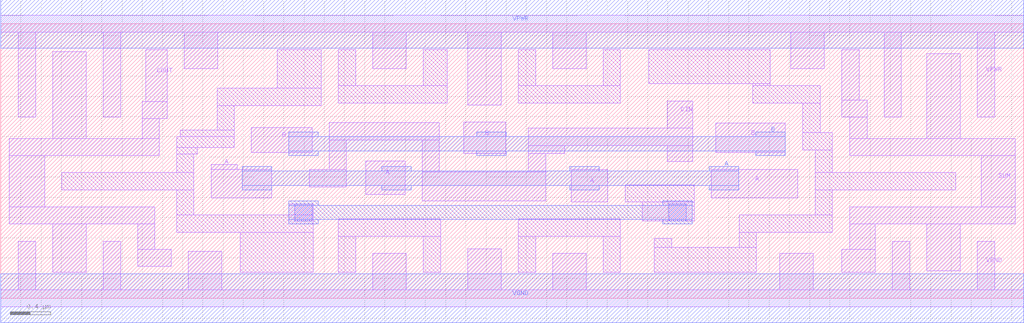
<source format=lef>
# Copyright 2020 The SkyWater PDK Authors
#
# Licensed under the Apache License, Version 2.0 (the "License");
# you may not use this file except in compliance with the License.
# You may obtain a copy of the License at
#
#     https://www.apache.org/licenses/LICENSE-2.0
#
# Unless required by applicable law or agreed to in writing, software
# distributed under the License is distributed on an "AS IS" BASIS,
# WITHOUT WARRANTIES OR CONDITIONS OF ANY KIND, either express or implied.
# See the License for the specific language governing permissions and
# limitations under the License.
#
# SPDX-License-Identifier: Apache-2.0

VERSION 5.5 ;
NAMESCASESENSITIVE ON ;
BUSBITCHARS "[]" ;
DIVIDERCHAR "/" ;
MACRO sky130_fd_sc_hd__fa_4
  CLASS CORE ;
  SOURCE USER ;
  ORIGIN  0.000000  0.000000 ;
  SIZE  10.12000 BY  2.720000 ;
  SYMMETRY X Y R90 ;
  SITE unithd ;
  PIN A
    ANTENNAGATEAREA  0.633000 ;
    DIRECTION INPUT ;
    USE SIGNAL ;
    PORT
      LAYER li1 ;
        RECT 2.080000 0.995000 2.680000 1.275000 ;
        RECT 2.080000 1.275000 2.340000 1.325000 ;
    END
    PORT
      LAYER li1 ;
        RECT 3.610000 1.030000 4.000000 1.360000 ;
    END
    PORT
      LAYER li1 ;
        RECT 5.645000 0.955000 6.005000 1.275000 ;
    END
    PORT
      LAYER li1 ;
        RECT 7.030000 0.995000 7.885000 1.275000 ;
    END
    PORT
      LAYER met1 ;
        RECT 2.390000 1.075000 2.680000 1.120000 ;
        RECT 2.390000 1.120000 7.300000 1.260000 ;
        RECT 2.390000 1.260000 2.680000 1.305000 ;
        RECT 3.770000 1.075000 4.060000 1.120000 ;
        RECT 3.770000 1.260000 4.060000 1.305000 ;
        RECT 5.630000 1.075000 5.920000 1.120000 ;
        RECT 5.630000 1.260000 5.920000 1.305000 ;
        RECT 7.010000 1.075000 7.300000 1.120000 ;
        RECT 7.010000 1.260000 7.300000 1.305000 ;
    END
  END A
  PIN B
    ANTENNAGATEAREA  0.633000 ;
    DIRECTION INPUT ;
    USE SIGNAL ;
    PORT
      LAYER li1 ;
        RECT 2.480000 1.445000 3.080000 1.690000 ;
    END
    PORT
      LAYER li1 ;
        RECT 4.580000 1.435000 4.995000 1.745000 ;
    END
    PORT
      LAYER li1 ;
        RECT 7.075000 1.445000 7.760000 1.735000 ;
    END
    PORT
      LAYER met1 ;
        RECT 2.850000 1.415000 3.140000 1.460000 ;
        RECT 2.850000 1.460000 7.760000 1.600000 ;
        RECT 2.850000 1.600000 3.140000 1.645000 ;
        RECT 4.710000 1.415000 5.000000 1.460000 ;
        RECT 4.710000 1.600000 5.000000 1.645000 ;
        RECT 7.470000 1.415000 7.760000 1.460000 ;
        RECT 7.470000 1.600000 7.760000 1.645000 ;
    END
  END B
  PIN CIN
    ANTENNAGATEAREA  0.477000 ;
    DIRECTION INPUT ;
    USE SIGNAL ;
    PORT
      LAYER li1 ;
        RECT 3.050000 1.105000 3.420000 1.275000 ;
        RECT 3.250000 1.275000 3.420000 1.570000 ;
        RECT 3.250000 1.570000 4.340000 1.740000 ;
        RECT 4.170000 0.965000 5.390000 1.250000 ;
        RECT 4.170000 1.250000 4.340000 1.570000 ;
        RECT 5.220000 1.250000 5.390000 1.435000 ;
        RECT 5.220000 1.435000 5.580000 1.515000 ;
        RECT 5.220000 1.515000 6.845000 1.685000 ;
        RECT 6.595000 1.355000 6.845000 1.515000 ;
        RECT 6.595000 1.685000 6.845000 1.955000 ;
    END
  END CIN
  PIN COUT
    ANTENNADIFFAREA  0.891000 ;
    DIRECTION OUTPUT ;
    USE SIGNAL ;
    PORT
      LAYER li1 ;
        RECT 0.085000 0.735000 1.525000 0.905000 ;
        RECT 0.085000 0.905000 0.435000 1.415000 ;
        RECT 0.085000 1.415000 1.570000 1.585000 ;
        RECT 0.515000 0.255000 0.845000 0.735000 ;
        RECT 0.515000 1.585000 0.845000 2.445000 ;
        RECT 1.355000 0.315000 1.685000 0.485000 ;
        RECT 1.355000 0.485000 1.525000 0.735000 ;
        RECT 1.400000 1.585000 1.570000 1.780000 ;
        RECT 1.400000 1.780000 1.645000 1.950000 ;
        RECT 1.435000 1.950000 1.645000 2.465000 ;
    END
  END COUT
  PIN SUM
    ANTENNADIFFAREA  0.943000 ;
    DIRECTION OUTPUT ;
    USE SIGNAL ;
    PORT
      LAYER li1 ;
        RECT 8.320000 0.255000  8.650000 0.485000 ;
        RECT 8.320000 1.795000  8.570000 1.965000 ;
        RECT 8.320000 1.965000  8.490000 2.465000 ;
        RECT 8.400000 0.485000  8.650000 0.735000 ;
        RECT 8.400000 0.735000 10.035000 0.905000 ;
        RECT 8.400000 1.415000 10.035000 1.585000 ;
        RECT 8.400000 1.585000  8.570000 1.795000 ;
        RECT 9.160000 0.270000  9.490000 0.735000 ;
        RECT 9.160000 1.585000  9.490000 2.425000 ;
        RECT 9.700000 0.905000 10.035000 1.415000 ;
    END
  END SUM
  PIN VGND
    DIRECTION INOUT ;
    SHAPE ABUTMENT ;
    USE GROUND ;
    PORT
      LAYER li1 ;
        RECT 0.000000 -0.085000 10.120000 0.085000 ;
        RECT 0.175000  0.085000  0.345000 0.565000 ;
        RECT 1.015000  0.085000  1.185000 0.565000 ;
        RECT 1.855000  0.085000  2.185000 0.465000 ;
        RECT 3.680000  0.085000  4.010000 0.445000 ;
        RECT 4.620000  0.085000  4.950000 0.490000 ;
        RECT 5.460000  0.085000  5.790000 0.445000 ;
        RECT 7.705000  0.085000  8.035000 0.445000 ;
        RECT 8.820000  0.085000  8.990000 0.565000 ;
        RECT 9.660000  0.085000  9.830000 0.565000 ;
    END
    PORT
      LAYER met1 ;
        RECT 0.000000 -0.240000 10.120000 0.240000 ;
    END
  END VGND
  PIN VPWR
    DIRECTION INOUT ;
    SHAPE ABUTMENT ;
    USE POWER ;
    PORT
      LAYER li1 ;
        RECT 0.000000 2.635000 10.120000 2.805000 ;
        RECT 0.175000 1.795000  0.345000 2.635000 ;
        RECT 1.015000 1.795000  1.185000 2.635000 ;
        RECT 1.815000 2.275000  2.145000 2.635000 ;
        RECT 3.680000 2.275000  4.010000 2.635000 ;
        RECT 4.620000 1.915000  4.950000 2.635000 ;
        RECT 5.460000 2.275000  5.790000 2.635000 ;
        RECT 7.815000 2.275000  8.145000 2.635000 ;
        RECT 8.740000 1.795000  8.910000 2.635000 ;
        RECT 9.660000 1.795000  9.830000 2.635000 ;
    END
    PORT
      LAYER met1 ;
        RECT 0.000000 2.480000 10.120000 2.960000 ;
    END
  END VPWR
  OBS
    LAYER li1 ;
      RECT 0.605000 1.075000 1.910000 1.245000 ;
      RECT 1.740000 0.655000 3.090000 0.825000 ;
      RECT 1.740000 0.825000 1.910000 1.075000 ;
      RECT 1.740000 1.245000 1.910000 1.430000 ;
      RECT 1.740000 1.430000 1.945000 1.495000 ;
      RECT 1.740000 1.495000 2.310000 1.600000 ;
      RECT 1.775000 1.600000 2.310000 1.665000 ;
      RECT 2.140000 1.665000 2.310000 1.910000 ;
      RECT 2.140000 1.910000 3.170000 2.080000 ;
      RECT 2.370000 0.255000 3.090000 0.655000 ;
      RECT 2.735000 2.080000 3.170000 2.465000 ;
      RECT 2.850000 0.825000 3.090000 0.935000 ;
      RECT 3.340000 0.255000 3.510000 0.615000 ;
      RECT 3.340000 0.615000 4.350000 0.785000 ;
      RECT 3.340000 1.935000 4.415000 2.105000 ;
      RECT 3.340000 2.105000 3.510000 2.465000 ;
      RECT 4.180000 0.255000 4.350000 0.615000 ;
      RECT 4.180000 2.105000 4.415000 2.465000 ;
      RECT 5.120000 0.255000 5.290000 0.615000 ;
      RECT 5.120000 0.615000 6.130000 0.785000 ;
      RECT 5.120000 1.935000 6.130000 2.105000 ;
      RECT 5.120000 2.105000 5.290000 2.465000 ;
      RECT 5.960000 0.255000 6.130000 0.615000 ;
      RECT 5.960000 2.105000 6.130000 2.465000 ;
      RECT 6.175000 0.955000 6.860000 1.125000 ;
      RECT 6.345000 0.765000 6.860000 0.955000 ;
      RECT 6.410000 2.125000 7.610000 2.465000 ;
      RECT 6.465000 0.255000 7.475000 0.505000 ;
      RECT 6.465000 0.505000 6.635000 0.595000 ;
      RECT 7.305000 0.505000 7.475000 0.655000 ;
      RECT 7.305000 0.655000 8.225000 0.825000 ;
      RECT 7.440000 1.935000 8.105000 2.105000 ;
      RECT 7.440000 2.105000 7.610000 2.125000 ;
      RECT 7.935000 1.470000 8.225000 1.640000 ;
      RECT 7.935000 1.640000 8.105000 1.935000 ;
      RECT 8.055000 0.825000 8.225000 1.075000 ;
      RECT 8.055000 1.075000 9.445000 1.245000 ;
      RECT 8.055000 1.245000 8.225000 1.470000 ;
    LAYER mcon ;
      RECT 2.910000 0.765000 3.080000 0.935000 ;
      RECT 6.610000 0.765000 6.780000 0.935000 ;
    LAYER met1 ;
      RECT 2.850000 0.735000 3.140000 0.780000 ;
      RECT 2.850000 0.780000 6.840000 0.920000 ;
      RECT 2.850000 0.920000 3.140000 0.965000 ;
      RECT 6.550000 0.735000 6.840000 0.780000 ;
      RECT 6.550000 0.920000 6.840000 0.965000 ;
  END
END sky130_fd_sc_hd__fa_4

</source>
